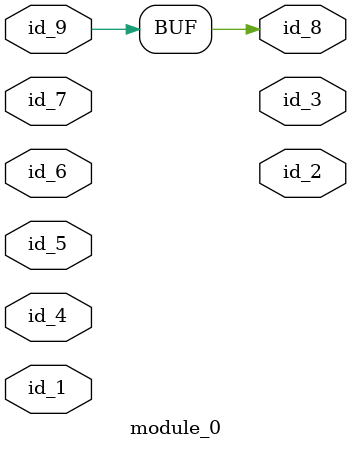
<source format=v>
`timescale 1 ps / 1ps
module module_0 (
    id_1,
    id_2,
    id_3,
    id_4,
    id_5,
    id_6,
    id_7,
    id_8,
    id_9
);
  input id_9;
  output id_8;
  inout id_7;
  inout id_6;
  inout id_5;
  inout id_4;
  output id_3;
  output id_2;
  inout id_1;
  assign id_8 = id_9;
endmodule

</source>
